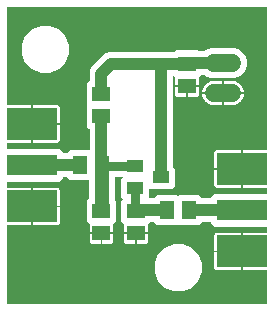
<source format=gbr>
G04 EAGLE Gerber RS-274X export*
G75*
%MOMM*%
%FSLAX34Y34*%
%LPD*%
%INTop Copper*%
%IPPOS*%
%AMOC8*
5,1,8,0,0,1.08239X$1,22.5*%
G01*
%ADD10R,1.300000X1.500000*%
%ADD11R,1.500000X1.300000*%
%ADD12R,1.400000X1.000000*%
%ADD13R,4.191000X1.778000*%
%ADD14R,4.191000X2.667000*%
%ADD15C,1.524000*%
%ADD16P,2.164780X8X22.500000*%
%ADD17C,1.200000*%
%ADD18C,0.800000*%
%ADD19C,1.000000*%

G36*
X124092Y88838D02*
X124092Y88838D01*
X124167Y88851D01*
X124177Y88858D01*
X124187Y88860D01*
X124216Y88884D01*
X124287Y88932D01*
X126675Y91321D01*
X143885Y91321D01*
X144511Y90694D01*
X144554Y90667D01*
X144592Y90633D01*
X144627Y90622D01*
X144658Y90603D01*
X144709Y90598D01*
X144758Y90583D01*
X144794Y90590D01*
X144831Y90586D01*
X144878Y90604D01*
X144929Y90613D01*
X144964Y90637D01*
X144993Y90648D01*
X145014Y90670D01*
X145049Y90694D01*
X145675Y91321D01*
X162885Y91321D01*
X165273Y88932D01*
X165338Y88892D01*
X165400Y88848D01*
X165412Y88846D01*
X165420Y88841D01*
X165457Y88837D01*
X165542Y88821D01*
X172430Y88821D01*
X172480Y88832D01*
X172531Y88834D01*
X172563Y88852D01*
X172599Y88860D01*
X172638Y88893D01*
X172683Y88917D01*
X172704Y88947D01*
X172732Y88970D01*
X172753Y89017D01*
X172783Y89059D01*
X172791Y89101D01*
X172803Y89129D01*
X172802Y89159D01*
X172810Y89201D01*
X172810Y89735D01*
X175786Y92711D01*
X220000Y92711D01*
X220050Y92722D01*
X220101Y92724D01*
X220133Y92742D01*
X220169Y92750D01*
X220208Y92783D01*
X220253Y92807D01*
X220274Y92837D01*
X220302Y92860D01*
X220323Y92907D01*
X220353Y92949D01*
X220361Y92991D01*
X220373Y93019D01*
X220372Y93049D01*
X220380Y93091D01*
X220380Y97430D01*
X220369Y97480D01*
X220367Y97531D01*
X220349Y97563D01*
X220341Y97599D01*
X220308Y97638D01*
X220284Y97683D01*
X220254Y97704D01*
X220231Y97732D01*
X220184Y97753D01*
X220142Y97783D01*
X220100Y97791D01*
X220072Y97803D01*
X220042Y97802D01*
X220000Y97810D01*
X199607Y97810D01*
X199607Y113305D01*
X199596Y113355D01*
X199594Y113406D01*
X199576Y113438D01*
X199568Y113474D01*
X199535Y113513D01*
X199511Y113558D01*
X199481Y113579D01*
X199457Y113607D01*
X199411Y113628D01*
X199369Y113658D01*
X199327Y113666D01*
X199299Y113678D01*
X199269Y113677D01*
X199227Y113685D01*
X198845Y113685D01*
X198845Y113687D01*
X199227Y113687D01*
X199277Y113698D01*
X199328Y113700D01*
X199360Y113718D01*
X199396Y113726D01*
X199435Y113759D01*
X199480Y113783D01*
X199501Y113813D01*
X199529Y113837D01*
X199550Y113883D01*
X199580Y113925D01*
X199588Y113967D01*
X199600Y113995D01*
X199600Y114002D01*
X199600Y114003D01*
X199599Y114027D01*
X199607Y114067D01*
X199607Y129562D01*
X220000Y129562D01*
X220050Y129573D01*
X220101Y129575D01*
X220133Y129593D01*
X220169Y129601D01*
X220208Y129634D01*
X220253Y129658D01*
X220274Y129688D01*
X220302Y129711D01*
X220323Y129758D01*
X220353Y129800D01*
X220361Y129842D01*
X220373Y129870D01*
X220372Y129900D01*
X220380Y129942D01*
X220380Y250000D01*
X220369Y250050D01*
X220367Y250101D01*
X220349Y250133D01*
X220341Y250169D01*
X220308Y250208D01*
X220284Y250253D01*
X220254Y250274D01*
X220231Y250302D01*
X220184Y250323D01*
X220142Y250353D01*
X220100Y250361D01*
X220072Y250373D01*
X220042Y250372D01*
X220000Y250380D01*
X0Y250380D01*
X-50Y250369D01*
X-101Y250367D01*
X-133Y250349D01*
X-169Y250341D01*
X-208Y250308D01*
X-253Y250284D01*
X-274Y250254D01*
X-302Y250231D01*
X-323Y250184D01*
X-353Y250142D01*
X-361Y250100D01*
X-373Y250072D01*
X-372Y250042D01*
X-380Y250000D01*
X-380Y168042D01*
X-369Y167992D01*
X-367Y167941D01*
X-349Y167909D01*
X-341Y167873D01*
X-308Y167834D01*
X-284Y167789D01*
X-254Y167768D01*
X-231Y167740D01*
X-184Y167719D01*
X-142Y167689D01*
X-100Y167681D01*
X-72Y167669D01*
X-42Y167670D01*
X0Y167662D01*
X20393Y167662D01*
X20393Y152167D01*
X20404Y152117D01*
X20406Y152066D01*
X20424Y152034D01*
X20432Y151998D01*
X20465Y151959D01*
X20489Y151914D01*
X20519Y151893D01*
X20542Y151865D01*
X20589Y151844D01*
X20631Y151814D01*
X20673Y151806D01*
X20701Y151794D01*
X20731Y151795D01*
X20773Y151787D01*
X21155Y151787D01*
X21155Y151785D01*
X20773Y151785D01*
X20723Y151774D01*
X20672Y151772D01*
X20640Y151754D01*
X20604Y151746D01*
X20565Y151713D01*
X20520Y151689D01*
X20499Y151659D01*
X20471Y151635D01*
X20450Y151589D01*
X20420Y151547D01*
X20412Y151505D01*
X20400Y151477D01*
X20401Y151447D01*
X20393Y151405D01*
X20393Y135910D01*
X0Y135910D01*
X-50Y135899D01*
X-101Y135897D01*
X-133Y135879D01*
X-169Y135871D01*
X-208Y135838D01*
X-253Y135814D01*
X-274Y135784D01*
X-302Y135761D01*
X-323Y135714D01*
X-353Y135672D01*
X-361Y135630D01*
X-373Y135602D01*
X-372Y135572D01*
X-380Y135530D01*
X-380Y131191D01*
X-369Y131141D01*
X-367Y131090D01*
X-349Y131058D01*
X-341Y131022D01*
X-308Y130983D01*
X-284Y130938D01*
X-254Y130917D01*
X-231Y130889D01*
X-184Y130868D01*
X-142Y130838D01*
X-100Y130830D01*
X-72Y130818D01*
X-42Y130819D01*
X0Y130811D01*
X44214Y130811D01*
X47190Y127835D01*
X47190Y127301D01*
X47201Y127251D01*
X47203Y127200D01*
X47221Y127168D01*
X47229Y127132D01*
X47262Y127093D01*
X47286Y127048D01*
X47316Y127027D01*
X47339Y126999D01*
X47386Y126978D01*
X47428Y126948D01*
X47470Y126940D01*
X47498Y126928D01*
X47528Y126929D01*
X47570Y126921D01*
X50358Y126921D01*
X50432Y126938D01*
X50507Y126951D01*
X50517Y126958D01*
X50527Y126960D01*
X50556Y126984D01*
X50627Y127032D01*
X53015Y129421D01*
X69549Y129421D01*
X69599Y129432D01*
X69650Y129434D01*
X69682Y129452D01*
X69718Y129460D01*
X69757Y129493D01*
X69802Y129517D01*
X69823Y129547D01*
X69851Y129570D01*
X69872Y129617D01*
X69902Y129659D01*
X69910Y129701D01*
X69922Y129729D01*
X69921Y129759D01*
X69929Y129801D01*
X69929Y146878D01*
X69912Y146952D01*
X69899Y147027D01*
X69892Y147037D01*
X69890Y147047D01*
X69866Y147076D01*
X69818Y147147D01*
X67429Y149535D01*
X67429Y166745D01*
X68056Y167371D01*
X68083Y167414D01*
X68117Y167452D01*
X68128Y167487D01*
X68147Y167518D01*
X68152Y167569D01*
X68167Y167618D01*
X68160Y167654D01*
X68164Y167691D01*
X68146Y167738D01*
X68137Y167789D01*
X68113Y167824D01*
X68102Y167853D01*
X68080Y167874D01*
X68056Y167909D01*
X67429Y168535D01*
X67429Y185745D01*
X69818Y188133D01*
X69858Y188198D01*
X69902Y188260D01*
X69904Y188272D01*
X69909Y188280D01*
X69913Y188317D01*
X69929Y188402D01*
X69929Y196315D01*
X71464Y200020D01*
X82530Y211086D01*
X86235Y212621D01*
X141138Y212621D01*
X141212Y212638D01*
X141287Y212651D01*
X141297Y212658D01*
X141307Y212660D01*
X141336Y212684D01*
X141407Y212732D01*
X142795Y214121D01*
X162005Y214121D01*
X162733Y213392D01*
X162798Y213352D01*
X162860Y213308D01*
X162872Y213306D01*
X162880Y213301D01*
X162917Y213297D01*
X163002Y213281D01*
X167222Y213281D01*
X167296Y213298D01*
X167370Y213311D01*
X167381Y213318D01*
X167390Y213320D01*
X167419Y213344D01*
X167491Y213392D01*
X168066Y213967D01*
X172734Y215901D01*
X193026Y215901D01*
X197694Y213967D01*
X201267Y210394D01*
X203201Y205726D01*
X203201Y200674D01*
X201267Y196006D01*
X197694Y192433D01*
X193026Y190499D01*
X172734Y190499D01*
X168066Y192433D01*
X167491Y193008D01*
X167426Y193048D01*
X167364Y193092D01*
X167352Y193094D01*
X167343Y193099D01*
X167306Y193103D01*
X167222Y193119D01*
X164322Y193119D01*
X164248Y193102D01*
X164173Y193089D01*
X164163Y193082D01*
X164153Y193080D01*
X164124Y193056D01*
X164053Y193008D01*
X162380Y191335D01*
X162360Y191302D01*
X162331Y191275D01*
X162315Y191229D01*
X162289Y191188D01*
X162285Y191149D01*
X162272Y191112D01*
X162276Y191053D01*
X162272Y191015D01*
X162280Y190995D01*
X162282Y190968D01*
X162441Y190375D01*
X162441Y184301D01*
X152781Y184301D01*
X152731Y184290D01*
X152680Y184288D01*
X152648Y184270D01*
X152612Y184262D01*
X152573Y184229D01*
X152528Y184205D01*
X152507Y184175D01*
X152479Y184151D01*
X152458Y184105D01*
X152428Y184063D01*
X152420Y184021D01*
X152408Y183993D01*
X152409Y183963D01*
X152401Y183921D01*
X152401Y183539D01*
X152399Y183539D01*
X152399Y183921D01*
X152388Y183971D01*
X152386Y184022D01*
X152368Y184054D01*
X152360Y184090D01*
X152327Y184129D01*
X152303Y184174D01*
X152273Y184195D01*
X152249Y184223D01*
X152203Y184244D01*
X152161Y184274D01*
X152119Y184282D01*
X152091Y184294D01*
X152061Y184293D01*
X152019Y184301D01*
X142359Y184301D01*
X142359Y190375D01*
X142518Y190968D01*
X142519Y191007D01*
X142531Y191044D01*
X142522Y191092D01*
X142524Y191141D01*
X142508Y191176D01*
X142501Y191215D01*
X142467Y191264D01*
X142452Y191298D01*
X142435Y191312D01*
X142420Y191335D01*
X141407Y192348D01*
X141342Y192388D01*
X141280Y192432D01*
X141268Y192434D01*
X141260Y192439D01*
X141223Y192443D01*
X141138Y192459D01*
X140841Y192459D01*
X140791Y192448D01*
X140740Y192446D01*
X140708Y192428D01*
X140672Y192420D01*
X140633Y192387D01*
X140588Y192363D01*
X140567Y192333D01*
X140539Y192310D01*
X140518Y192263D01*
X140488Y192221D01*
X140480Y192179D01*
X140468Y192151D01*
X140469Y192121D01*
X140461Y192079D01*
X140461Y115942D01*
X140474Y115886D01*
X140474Y115876D01*
X140478Y115869D01*
X140478Y115868D01*
X140491Y115793D01*
X140498Y115783D01*
X140500Y115773D01*
X140524Y115744D01*
X140572Y115673D01*
X142461Y113785D01*
X142461Y99575D01*
X139485Y96599D01*
X121276Y96599D01*
X121110Y96765D01*
X121088Y96779D01*
X121072Y96798D01*
X121015Y96824D01*
X120963Y96856D01*
X120937Y96859D01*
X120913Y96869D01*
X120852Y96867D01*
X120790Y96873D01*
X120766Y96864D01*
X120740Y96863D01*
X120686Y96833D01*
X120628Y96811D01*
X120611Y96792D01*
X120588Y96780D01*
X120553Y96729D01*
X120511Y96684D01*
X120503Y96659D01*
X120488Y96638D01*
X120472Y96554D01*
X120461Y96518D01*
X120463Y96508D01*
X120461Y96496D01*
X120461Y90075D01*
X119855Y89470D01*
X119841Y89448D01*
X119822Y89432D01*
X119796Y89375D01*
X119764Y89323D01*
X119761Y89297D01*
X119751Y89273D01*
X119753Y89212D01*
X119747Y89150D01*
X119756Y89126D01*
X119757Y89100D01*
X119787Y89046D01*
X119809Y88988D01*
X119828Y88971D01*
X119840Y88948D01*
X119890Y88913D01*
X119936Y88871D01*
X119961Y88863D01*
X119982Y88848D01*
X120066Y88832D01*
X120102Y88821D01*
X120112Y88823D01*
X120124Y88821D01*
X124018Y88821D01*
X124092Y88838D01*
G37*
G36*
X220050Y-369D02*
X220050Y-369D01*
X220101Y-367D01*
X220133Y-349D01*
X220169Y-341D01*
X220208Y-308D01*
X220253Y-284D01*
X220274Y-254D01*
X220302Y-231D01*
X220323Y-184D01*
X220353Y-142D01*
X220361Y-100D01*
X220373Y-72D01*
X220372Y-42D01*
X220380Y0D01*
X220380Y27538D01*
X220369Y27588D01*
X220367Y27639D01*
X220349Y27671D01*
X220341Y27707D01*
X220308Y27746D01*
X220284Y27791D01*
X220254Y27812D01*
X220231Y27840D01*
X220184Y27861D01*
X220142Y27891D01*
X220100Y27899D01*
X220072Y27911D01*
X220042Y27910D01*
X220000Y27918D01*
X199607Y27918D01*
X199607Y43413D01*
X199596Y43463D01*
X199594Y43514D01*
X199576Y43546D01*
X199568Y43582D01*
X199535Y43621D01*
X199511Y43666D01*
X199481Y43687D01*
X199457Y43715D01*
X199411Y43736D01*
X199369Y43766D01*
X199327Y43774D01*
X199299Y43786D01*
X199269Y43785D01*
X199227Y43793D01*
X198845Y43793D01*
X198845Y43795D01*
X199227Y43795D01*
X199277Y43806D01*
X199328Y43808D01*
X199360Y43826D01*
X199396Y43834D01*
X199435Y43867D01*
X199480Y43891D01*
X199501Y43921D01*
X199529Y43945D01*
X199550Y43991D01*
X199580Y44033D01*
X199588Y44075D01*
X199600Y44103D01*
X199599Y44133D01*
X199607Y44175D01*
X199607Y59670D01*
X220000Y59670D01*
X220050Y59681D01*
X220101Y59683D01*
X220133Y59701D01*
X220169Y59709D01*
X220208Y59742D01*
X220253Y59766D01*
X220274Y59796D01*
X220302Y59819D01*
X220323Y59866D01*
X220353Y59908D01*
X220361Y59950D01*
X220373Y59978D01*
X220372Y60005D01*
X220373Y60007D01*
X220373Y60013D01*
X220380Y60050D01*
X220380Y64389D01*
X220369Y64439D01*
X220367Y64490D01*
X220349Y64522D01*
X220341Y64558D01*
X220308Y64597D01*
X220284Y64642D01*
X220254Y64663D01*
X220231Y64691D01*
X220184Y64712D01*
X220142Y64742D01*
X220100Y64750D01*
X220072Y64762D01*
X220042Y64761D01*
X220000Y64769D01*
X175786Y64769D01*
X172810Y67745D01*
X172810Y68279D01*
X172799Y68329D01*
X172797Y68380D01*
X172779Y68412D01*
X172771Y68448D01*
X172738Y68487D01*
X172714Y68532D01*
X172684Y68553D01*
X172661Y68581D01*
X172614Y68602D01*
X172572Y68632D01*
X172530Y68640D01*
X172502Y68652D01*
X172472Y68651D01*
X172430Y68659D01*
X165542Y68659D01*
X165468Y68642D01*
X165393Y68629D01*
X165383Y68622D01*
X165373Y68620D01*
X165344Y68596D01*
X165273Y68548D01*
X162885Y66159D01*
X145675Y66159D01*
X145049Y66786D01*
X145006Y66813D01*
X144968Y66847D01*
X144933Y66858D01*
X144902Y66877D01*
X144851Y66882D01*
X144802Y66897D01*
X144766Y66890D01*
X144729Y66894D01*
X144682Y66876D01*
X144631Y66867D01*
X144596Y66843D01*
X144567Y66832D01*
X144546Y66810D01*
X144511Y66786D01*
X143885Y66159D01*
X126675Y66159D01*
X124287Y68548D01*
X124222Y68588D01*
X124160Y68632D01*
X124148Y68634D01*
X124140Y68639D01*
X124103Y68643D01*
X124018Y68659D01*
X121142Y68659D01*
X121068Y68642D01*
X120993Y68629D01*
X120983Y68622D01*
X120973Y68620D01*
X120944Y68596D01*
X120873Y68548D01*
X119200Y66875D01*
X119180Y66842D01*
X119151Y66815D01*
X119135Y66769D01*
X119109Y66728D01*
X119105Y66689D01*
X119092Y66652D01*
X119096Y66593D01*
X119092Y66555D01*
X119100Y66535D01*
X119102Y66508D01*
X119261Y65915D01*
X119261Y59841D01*
X109601Y59841D01*
X109551Y59830D01*
X109500Y59828D01*
X109468Y59810D01*
X109432Y59802D01*
X109393Y59769D01*
X109348Y59745D01*
X109327Y59715D01*
X109299Y59691D01*
X109278Y59645D01*
X109248Y59603D01*
X109240Y59561D01*
X109228Y59533D01*
X109229Y59503D01*
X109221Y59461D01*
X109221Y59079D01*
X109219Y59079D01*
X109219Y59461D01*
X109208Y59511D01*
X109206Y59562D01*
X109188Y59594D01*
X109180Y59630D01*
X109147Y59669D01*
X109123Y59714D01*
X109093Y59735D01*
X109069Y59763D01*
X109023Y59784D01*
X108981Y59814D01*
X108939Y59822D01*
X108911Y59834D01*
X108881Y59833D01*
X108839Y59841D01*
X99179Y59841D01*
X99179Y65915D01*
X99338Y66508D01*
X99339Y66547D01*
X99351Y66584D01*
X99342Y66632D01*
X99344Y66681D01*
X99328Y66716D01*
X99321Y66755D01*
X99287Y66804D01*
X99272Y66838D01*
X99255Y66852D01*
X99240Y66875D01*
X96639Y69475D01*
X96639Y86685D01*
X97896Y87941D01*
X97923Y87984D01*
X97957Y88022D01*
X97968Y88057D01*
X97987Y88088D01*
X97992Y88139D01*
X98007Y88188D01*
X98000Y88224D01*
X98004Y88261D01*
X97986Y88307D01*
X97986Y88319D01*
X97983Y88323D01*
X97977Y88359D01*
X97953Y88394D01*
X97942Y88423D01*
X97920Y88444D01*
X97910Y88458D01*
X97903Y88471D01*
X97900Y88473D01*
X97896Y88479D01*
X96299Y90075D01*
X96299Y104285D01*
X98426Y106411D01*
X98453Y106454D01*
X98487Y106492D01*
X98498Y106527D01*
X98517Y106558D01*
X98522Y106609D01*
X98537Y106658D01*
X98530Y106694D01*
X98534Y106731D01*
X98516Y106778D01*
X98507Y106829D01*
X98483Y106864D01*
X98472Y106893D01*
X98450Y106914D01*
X98426Y106949D01*
X98387Y106988D01*
X98322Y107028D01*
X98260Y107072D01*
X98248Y107074D01*
X98240Y107079D01*
X98203Y107083D01*
X98118Y107099D01*
X92222Y107099D01*
X92148Y107082D01*
X92073Y107069D01*
X92063Y107062D01*
X92053Y107060D01*
X92024Y107036D01*
X91953Y106988D01*
X91812Y106847D01*
X91772Y106782D01*
X91728Y106720D01*
X91726Y106708D01*
X91721Y106700D01*
X91717Y106663D01*
X91701Y106578D01*
X91701Y87732D01*
X91718Y87658D01*
X91731Y87583D01*
X91738Y87573D01*
X91740Y87563D01*
X91764Y87535D01*
X91812Y87463D01*
X92591Y86685D01*
X92591Y69475D01*
X89990Y66875D01*
X89970Y66842D01*
X89941Y66815D01*
X89925Y66769D01*
X89899Y66728D01*
X89895Y66689D01*
X89882Y66652D01*
X89886Y66593D01*
X89882Y66555D01*
X89890Y66535D01*
X89892Y66508D01*
X90051Y65915D01*
X90051Y59841D01*
X80391Y59841D01*
X80341Y59830D01*
X80290Y59828D01*
X80258Y59810D01*
X80222Y59802D01*
X80183Y59769D01*
X80138Y59745D01*
X80117Y59715D01*
X80089Y59691D01*
X80068Y59645D01*
X80038Y59603D01*
X80030Y59561D01*
X80018Y59533D01*
X80019Y59503D01*
X80011Y59461D01*
X80011Y59079D01*
X80009Y59079D01*
X80009Y59461D01*
X79998Y59511D01*
X79996Y59562D01*
X79978Y59594D01*
X79970Y59630D01*
X79937Y59669D01*
X79913Y59714D01*
X79883Y59735D01*
X79859Y59763D01*
X79813Y59784D01*
X79771Y59814D01*
X79729Y59822D01*
X79701Y59834D01*
X79671Y59833D01*
X79629Y59841D01*
X69969Y59841D01*
X69969Y65915D01*
X70128Y66508D01*
X70129Y66547D01*
X70141Y66584D01*
X70132Y66632D01*
X70134Y66681D01*
X70118Y66716D01*
X70111Y66755D01*
X70077Y66804D01*
X70062Y66838D01*
X70045Y66852D01*
X70030Y66875D01*
X67429Y69475D01*
X67429Y86685D01*
X69428Y88683D01*
X69468Y88748D01*
X69512Y88810D01*
X69514Y88822D01*
X69519Y88830D01*
X69523Y88867D01*
X69529Y88898D01*
X69532Y88906D01*
X69532Y88914D01*
X69539Y88952D01*
X69539Y103879D01*
X69528Y103929D01*
X69526Y103980D01*
X69508Y104012D01*
X69500Y104048D01*
X69467Y104087D01*
X69443Y104132D01*
X69413Y104153D01*
X69390Y104181D01*
X69343Y104202D01*
X69301Y104232D01*
X69259Y104240D01*
X69231Y104252D01*
X69201Y104251D01*
X69159Y104259D01*
X53015Y104259D01*
X50627Y106648D01*
X50562Y106688D01*
X50500Y106732D01*
X50488Y106734D01*
X50480Y106739D01*
X50443Y106743D01*
X50358Y106759D01*
X47570Y106759D01*
X47520Y106748D01*
X47469Y106746D01*
X47437Y106728D01*
X47401Y106720D01*
X47362Y106687D01*
X47317Y106663D01*
X47296Y106633D01*
X47268Y106610D01*
X47247Y106563D01*
X47217Y106521D01*
X47209Y106479D01*
X47197Y106451D01*
X47198Y106421D01*
X47190Y106379D01*
X47190Y105845D01*
X44214Y102869D01*
X0Y102869D01*
X-50Y102858D01*
X-101Y102856D01*
X-133Y102838D01*
X-169Y102830D01*
X-208Y102797D01*
X-253Y102773D01*
X-274Y102743D01*
X-302Y102720D01*
X-323Y102673D01*
X-353Y102631D01*
X-361Y102589D01*
X-373Y102561D01*
X-372Y102531D01*
X-380Y102489D01*
X-380Y98150D01*
X-369Y98100D01*
X-367Y98049D01*
X-349Y98017D01*
X-341Y97981D01*
X-308Y97942D01*
X-284Y97897D01*
X-254Y97876D01*
X-231Y97848D01*
X-184Y97827D01*
X-142Y97797D01*
X-100Y97789D01*
X-72Y97777D01*
X-42Y97778D01*
X0Y97770D01*
X20393Y97770D01*
X20393Y82275D01*
X20404Y82225D01*
X20406Y82174D01*
X20424Y82142D01*
X20432Y82106D01*
X20465Y82067D01*
X20489Y82022D01*
X20519Y82001D01*
X20542Y81973D01*
X20589Y81952D01*
X20631Y81922D01*
X20673Y81914D01*
X20701Y81902D01*
X20731Y81903D01*
X20773Y81895D01*
X21155Y81895D01*
X21155Y81893D01*
X20773Y81893D01*
X20723Y81882D01*
X20672Y81880D01*
X20640Y81862D01*
X20604Y81854D01*
X20565Y81821D01*
X20520Y81797D01*
X20499Y81767D01*
X20471Y81743D01*
X20450Y81697D01*
X20420Y81655D01*
X20412Y81613D01*
X20400Y81585D01*
X20401Y81555D01*
X20393Y81513D01*
X20393Y66018D01*
X0Y66018D01*
X-50Y66007D01*
X-101Y66005D01*
X-133Y65987D01*
X-169Y65979D01*
X-208Y65946D01*
X-253Y65922D01*
X-274Y65892D01*
X-302Y65869D01*
X-323Y65822D01*
X-353Y65780D01*
X-361Y65738D01*
X-373Y65710D01*
X-372Y65680D01*
X-380Y65638D01*
X-380Y0D01*
X-369Y-50D01*
X-367Y-101D01*
X-349Y-133D01*
X-341Y-169D01*
X-308Y-208D01*
X-284Y-253D01*
X-254Y-274D01*
X-231Y-302D01*
X-184Y-323D01*
X-142Y-353D01*
X-100Y-361D01*
X-72Y-373D01*
X-42Y-372D01*
X0Y-380D01*
X220000Y-380D01*
X220050Y-369D01*
G37*
%LPC*%
G36*
X28402Y194999D02*
X28402Y194999D01*
X21050Y198044D01*
X15424Y203670D01*
X12379Y211022D01*
X12379Y218978D01*
X15424Y226330D01*
X21050Y231956D01*
X28402Y235001D01*
X36358Y235001D01*
X43710Y231956D01*
X49336Y226330D01*
X52381Y218978D01*
X52381Y211022D01*
X49336Y203670D01*
X43710Y198044D01*
X36358Y194999D01*
X28402Y194999D01*
G37*
%LPD*%
%LPC*%
G36*
X141022Y9999D02*
X141022Y9999D01*
X133670Y13044D01*
X128044Y18670D01*
X124999Y26022D01*
X124999Y33978D01*
X128044Y41330D01*
X133670Y46956D01*
X141022Y50001D01*
X148978Y50001D01*
X156330Y46956D01*
X161956Y41330D01*
X165001Y33978D01*
X165001Y26022D01*
X161956Y18670D01*
X156330Y13044D01*
X148978Y9999D01*
X141022Y9999D01*
G37*
%LPD*%
%LPC*%
G36*
X21915Y152547D02*
X21915Y152547D01*
X21915Y167662D01*
X42444Y167662D01*
X43090Y167489D01*
X43669Y167154D01*
X44142Y166681D01*
X44477Y166102D01*
X44650Y165456D01*
X44650Y152547D01*
X21915Y152547D01*
G37*
%LPD*%
%LPC*%
G36*
X21915Y82655D02*
X21915Y82655D01*
X21915Y97770D01*
X42444Y97770D01*
X43090Y97597D01*
X43669Y97262D01*
X44142Y96789D01*
X44477Y96210D01*
X44650Y95564D01*
X44650Y82655D01*
X21915Y82655D01*
G37*
%LPD*%
%LPC*%
G36*
X175350Y114447D02*
X175350Y114447D01*
X175350Y127356D01*
X175523Y128002D01*
X175858Y128581D01*
X176331Y129054D01*
X176910Y129389D01*
X177556Y129562D01*
X198085Y129562D01*
X198085Y114447D01*
X175350Y114447D01*
G37*
%LPD*%
%LPC*%
G36*
X175350Y44555D02*
X175350Y44555D01*
X175350Y57464D01*
X175523Y58110D01*
X175858Y58689D01*
X176331Y59162D01*
X176910Y59497D01*
X177556Y59670D01*
X198085Y59670D01*
X198085Y44555D01*
X175350Y44555D01*
G37*
%LPD*%
%LPC*%
G36*
X21915Y135910D02*
X21915Y135910D01*
X21915Y151025D01*
X44650Y151025D01*
X44650Y138116D01*
X44477Y137470D01*
X44142Y136891D01*
X43669Y136418D01*
X43090Y136083D01*
X42444Y135910D01*
X21915Y135910D01*
G37*
%LPD*%
%LPC*%
G36*
X21915Y66018D02*
X21915Y66018D01*
X21915Y81133D01*
X44650Y81133D01*
X44650Y68224D01*
X44477Y67578D01*
X44142Y66999D01*
X43669Y66526D01*
X43090Y66191D01*
X42444Y66018D01*
X21915Y66018D01*
G37*
%LPD*%
%LPC*%
G36*
X177556Y97810D02*
X177556Y97810D01*
X176910Y97983D01*
X176331Y98318D01*
X175858Y98791D01*
X175523Y99370D01*
X175350Y100016D01*
X175350Y112925D01*
X198085Y112925D01*
X198085Y97810D01*
X177556Y97810D01*
G37*
%LPD*%
%LPC*%
G36*
X177556Y27918D02*
X177556Y27918D01*
X176910Y28091D01*
X176331Y28426D01*
X175858Y28899D01*
X175523Y29478D01*
X175350Y30124D01*
X175350Y43033D01*
X198085Y43033D01*
X198085Y27918D01*
X177556Y27918D01*
G37*
%LPD*%
%LPC*%
G36*
X183641Y178561D02*
X183641Y178561D01*
X183641Y187961D01*
X191300Y187961D01*
X192879Y187711D01*
X194400Y187216D01*
X195825Y186490D01*
X197119Y185550D01*
X198250Y184419D01*
X199190Y183125D01*
X199916Y181700D01*
X200411Y180179D01*
X200661Y178600D01*
X200661Y178561D01*
X183641Y178561D01*
G37*
%LPD*%
%LPC*%
G36*
X165099Y178561D02*
X165099Y178561D01*
X165099Y178600D01*
X165349Y180179D01*
X165844Y181700D01*
X166570Y183125D01*
X167510Y184419D01*
X168641Y185550D01*
X169935Y186490D01*
X171360Y187216D01*
X172881Y187711D01*
X174460Y187961D01*
X182119Y187961D01*
X182119Y178561D01*
X165099Y178561D01*
G37*
%LPD*%
%LPC*%
G36*
X183641Y167639D02*
X183641Y167639D01*
X183641Y177039D01*
X200661Y177039D01*
X200661Y177000D01*
X200411Y175421D01*
X199916Y173900D01*
X199190Y172475D01*
X198250Y171181D01*
X197119Y170050D01*
X195825Y169110D01*
X194400Y168384D01*
X192879Y167889D01*
X191300Y167639D01*
X183641Y167639D01*
G37*
%LPD*%
%LPC*%
G36*
X174460Y167639D02*
X174460Y167639D01*
X172881Y167889D01*
X171360Y168384D01*
X169935Y169110D01*
X168641Y170050D01*
X167510Y171181D01*
X166570Y172475D01*
X165844Y173900D01*
X165349Y175421D01*
X165099Y177000D01*
X165099Y177039D01*
X182119Y177039D01*
X182119Y167639D01*
X174460Y167639D01*
G37*
%LPD*%
%LPC*%
G36*
X153161Y174499D02*
X153161Y174499D01*
X153161Y182779D01*
X162441Y182779D01*
X162441Y176705D01*
X162268Y176059D01*
X161933Y175480D01*
X161460Y175007D01*
X160881Y174672D01*
X160235Y174499D01*
X153161Y174499D01*
G37*
%LPD*%
%LPC*%
G36*
X109981Y50039D02*
X109981Y50039D01*
X109981Y58319D01*
X119261Y58319D01*
X119261Y52245D01*
X119088Y51599D01*
X118753Y51020D01*
X118280Y50547D01*
X117701Y50212D01*
X117055Y50039D01*
X109981Y50039D01*
G37*
%LPD*%
%LPC*%
G36*
X80771Y50039D02*
X80771Y50039D01*
X80771Y58319D01*
X90051Y58319D01*
X90051Y52245D01*
X89878Y51599D01*
X89543Y51020D01*
X89070Y50547D01*
X88491Y50212D01*
X87845Y50039D01*
X80771Y50039D01*
G37*
%LPD*%
%LPC*%
G36*
X144565Y174499D02*
X144565Y174499D01*
X143919Y174672D01*
X143340Y175007D01*
X142867Y175480D01*
X142532Y176059D01*
X142359Y176705D01*
X142359Y182779D01*
X151639Y182779D01*
X151639Y174499D01*
X144565Y174499D01*
G37*
%LPD*%
%LPC*%
G36*
X101385Y50039D02*
X101385Y50039D01*
X100739Y50212D01*
X100160Y50547D01*
X99687Y51020D01*
X99352Y51599D01*
X99179Y52245D01*
X99179Y58319D01*
X108459Y58319D01*
X108459Y50039D01*
X101385Y50039D01*
G37*
%LPD*%
%LPC*%
G36*
X72175Y50039D02*
X72175Y50039D01*
X71529Y50212D01*
X70950Y50547D01*
X70477Y51020D01*
X70142Y51599D01*
X69969Y52245D01*
X69969Y58319D01*
X79249Y58319D01*
X79249Y50039D01*
X72175Y50039D01*
G37*
%LPD*%
%LPC*%
G36*
X182879Y177799D02*
X182879Y177799D01*
X182879Y177801D01*
X182881Y177801D01*
X182881Y177799D01*
X182879Y177799D01*
G37*
%LPD*%
D10*
X61620Y116840D03*
X80620Y116840D03*
X154280Y78740D03*
X135280Y78740D03*
D11*
X80010Y177140D03*
X80010Y158140D03*
X80010Y78080D03*
X80010Y59080D03*
X109220Y78080D03*
X109220Y59080D03*
D12*
X130380Y106680D03*
X108380Y97180D03*
X108380Y116180D03*
D13*
X21154Y116840D03*
D14*
X21154Y151786D03*
X21154Y81894D03*
D13*
X198846Y78740D03*
D14*
X198846Y43794D03*
X198846Y113686D03*
D15*
X190500Y203200D02*
X175260Y203200D01*
X175260Y177800D02*
X190500Y177800D01*
D11*
X152400Y183540D03*
X152400Y202540D03*
D16*
X60960Y27940D03*
D17*
X80620Y78690D02*
X80620Y116840D01*
X80620Y78690D02*
X80010Y78080D01*
D18*
X81280Y116180D02*
X108380Y116180D01*
X81280Y116180D02*
X80620Y116840D01*
D19*
X80010Y117450D02*
X80010Y158140D01*
X80010Y117450D02*
X80620Y116840D01*
X152400Y202540D02*
X153060Y203200D01*
X182880Y203200D01*
X152400Y202540D02*
X129540Y202540D01*
X130380Y201700D01*
X130380Y106680D01*
X80010Y177140D02*
X80010Y194310D01*
X88240Y202540D02*
X129540Y202540D01*
X88240Y202540D02*
X80010Y194310D01*
X61620Y116840D02*
X21154Y116840D01*
D18*
X108380Y97180D02*
X108380Y78920D01*
X109220Y78080D01*
D19*
X109880Y78740D01*
X135280Y78740D01*
X154280Y78740D02*
X198846Y78740D01*
M02*

</source>
